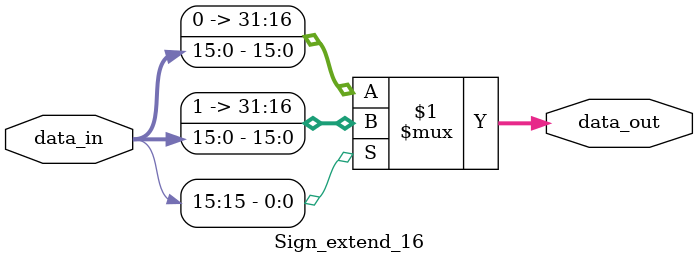
<source format=v>
module Sign_extend_16 (
    input wire[15:0] data_in,
    output wire[31:0] data_out
);

    assign data_out = (data_in[15]) ? {{16{1'b1}}, data_in} : {{16{1'b0}}, data_in};
endmodule
</source>
